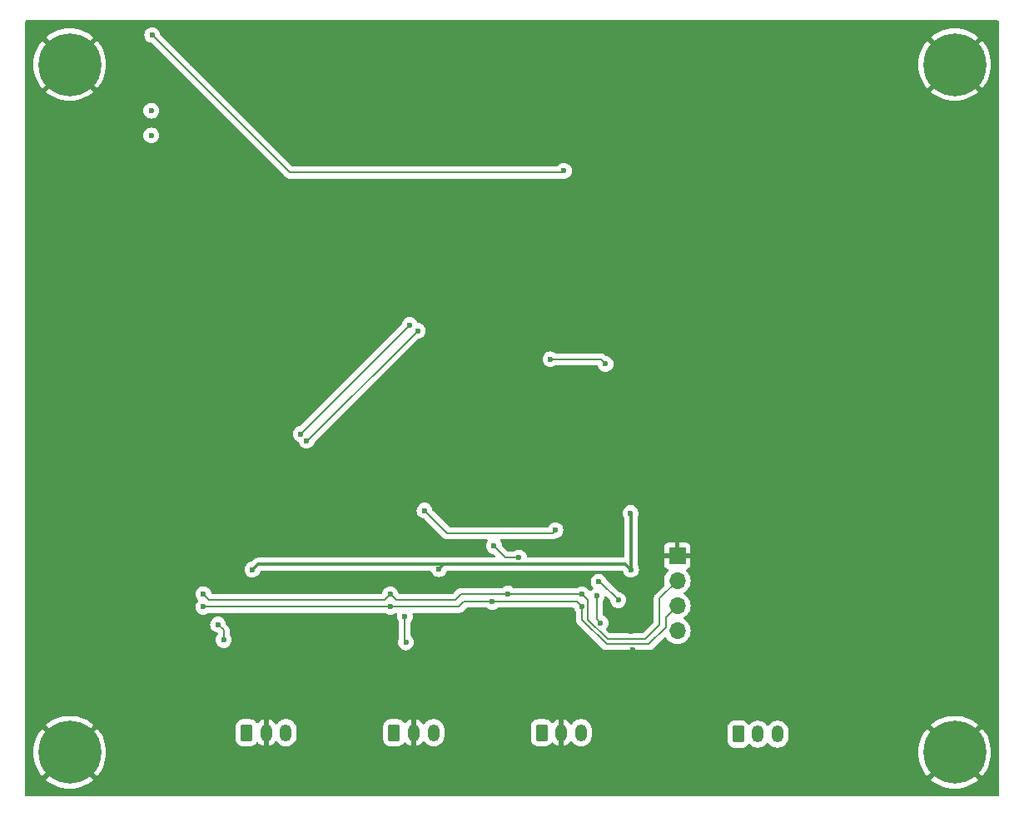
<source format=gbr>
%TF.GenerationSoftware,KiCad,Pcbnew,8.0.8*%
%TF.CreationDate,2025-02-18T11:26:51+01:00*%
%TF.ProjectId,laser_controller,6c617365-725f-4636-9f6e-74726f6c6c65,rev?*%
%TF.SameCoordinates,Original*%
%TF.FileFunction,Copper,L2,Bot*%
%TF.FilePolarity,Positive*%
%FSLAX46Y46*%
G04 Gerber Fmt 4.6, Leading zero omitted, Abs format (unit mm)*
G04 Created by KiCad (PCBNEW 8.0.8) date 2025-02-18 11:26:51*
%MOMM*%
%LPD*%
G01*
G04 APERTURE LIST*
G04 Aperture macros list*
%AMRoundRect*
0 Rectangle with rounded corners*
0 $1 Rounding radius*
0 $2 $3 $4 $5 $6 $7 $8 $9 X,Y pos of 4 corners*
0 Add a 4 corners polygon primitive as box body*
4,1,4,$2,$3,$4,$5,$6,$7,$8,$9,$2,$3,0*
0 Add four circle primitives for the rounded corners*
1,1,$1+$1,$2,$3*
1,1,$1+$1,$4,$5*
1,1,$1+$1,$6,$7*
1,1,$1+$1,$8,$9*
0 Add four rect primitives between the rounded corners*
20,1,$1+$1,$2,$3,$4,$5,0*
20,1,$1+$1,$4,$5,$6,$7,0*
20,1,$1+$1,$6,$7,$8,$9,0*
20,1,$1+$1,$8,$9,$2,$3,0*%
G04 Aperture macros list end*
%TA.AperFunction,ComponentPad*%
%ADD10C,6.400000*%
%TD*%
%TA.AperFunction,ComponentPad*%
%ADD11RoundRect,0.250000X-0.350000X-0.625000X0.350000X-0.625000X0.350000X0.625000X-0.350000X0.625000X0*%
%TD*%
%TA.AperFunction,ComponentPad*%
%ADD12O,1.200000X1.750000*%
%TD*%
%TA.AperFunction,ComponentPad*%
%ADD13R,1.700000X1.700000*%
%TD*%
%TA.AperFunction,ComponentPad*%
%ADD14O,1.700000X1.700000*%
%TD*%
%TA.AperFunction,ViaPad*%
%ADD15C,0.600000*%
%TD*%
%TA.AperFunction,Conductor*%
%ADD16C,0.300000*%
%TD*%
%TA.AperFunction,Conductor*%
%ADD17C,0.200000*%
%TD*%
G04 APERTURE END LIST*
D10*
%TO.P,H2,1,1*%
%TO.N,GND*%
X192000000Y-64000000D03*
%TD*%
D11*
%TO.P,J4,1,1*%
%TO.N,Motor- A*%
X170000000Y-132150000D03*
D12*
%TO.P,J4,2,2*%
%TO.N,+3.3V*%
X172000000Y-132150000D03*
%TO.P,J4,3,3*%
%TO.N,Motor- B*%
X174000000Y-132150000D03*
%TD*%
D10*
%TO.P,H4,1,1*%
%TO.N,GND*%
X192000000Y-134000000D03*
%TD*%
%TO.P,H1,1,1*%
%TO.N,GND*%
X102000000Y-64000000D03*
%TD*%
D11*
%TO.P,J1,1,1*%
%TO.N,DAC_A1*%
X150000000Y-132000000D03*
D12*
%TO.P,J1,2,2*%
%TO.N,GND*%
X152000000Y-132000000D03*
%TO.P,J1,3,3*%
%TO.N,DAC_A0*%
X154000000Y-132000000D03*
%TD*%
D10*
%TO.P,H3,1,1*%
%TO.N,GND*%
X102000000Y-134000000D03*
%TD*%
D13*
%TO.P,J9,1,Pin_1*%
%TO.N,GND*%
X163800000Y-114000000D03*
D14*
%TO.P,J9,2,Pin_2*%
%TO.N,CLK_B*%
X163800000Y-116540000D03*
%TO.P,J9,3,Pin_3*%
%TO.N,MOSI_B*%
X163800000Y-119080000D03*
%TO.P,J9,4,Pin_4*%
%TO.N,CS_A_B*%
X163800000Y-121620000D03*
%TD*%
D11*
%TO.P,J3,1,1*%
%TO.N,DAC_C1*%
X120000000Y-132000000D03*
D12*
%TO.P,J3,2,2*%
%TO.N,GND*%
X122000000Y-132000000D03*
%TO.P,J3,3,3*%
%TO.N,DAC_C0*%
X124000000Y-132000000D03*
%TD*%
D11*
%TO.P,J2,1,1*%
%TO.N,DAC_B1*%
X135000000Y-132000000D03*
D12*
%TO.P,J2,2,2*%
%TO.N,GND*%
X137000000Y-132000000D03*
%TO.P,J2,3,3*%
%TO.N,DAC_B0*%
X139000000Y-132000000D03*
%TD*%
D15*
%TO.N,GND*%
X139550000Y-116625000D03*
X150960000Y-78865000D03*
X166900000Y-121600000D03*
X151250000Y-98500000D03*
X138500000Y-107350000D03*
X129690000Y-104250000D03*
X151250000Y-100700000D03*
X148300000Y-124595000D03*
X128090000Y-113750000D03*
X110300000Y-104250000D03*
X149050000Y-113600000D03*
X120000000Y-109900000D03*
X128500000Y-124695000D03*
X148000000Y-96200000D03*
X129690000Y-78850000D03*
X129690000Y-66150000D03*
X129690000Y-91550000D03*
X145900000Y-96200000D03*
X149900000Y-105500000D03*
X148300000Y-127195000D03*
X139550000Y-121705000D03*
X166900000Y-118600000D03*
X152260000Y-78865000D03*
X154200000Y-95900000D03*
X109600000Y-127195000D03*
X110900000Y-113400000D03*
X159300000Y-123590000D03*
X110310000Y-78850000D03*
X149050000Y-115900000D03*
X158500000Y-96300000D03*
X159100000Y-121695000D03*
X128500000Y-126995000D03*
X110300000Y-66150000D03*
X110310000Y-91550000D03*
X120800000Y-123690000D03*
X120575000Y-116625000D03*
X175950000Y-118500000D03*
X120000000Y-64200000D03*
X175850000Y-121700000D03*
X157100000Y-109700000D03*
X158100000Y-104800000D03*
X110900000Y-115800000D03*
X117575000Y-64230000D03*
X122425000Y-64230000D03*
X122700000Y-61200000D03*
X117275000Y-61200000D03*
X139700000Y-123590000D03*
X120600000Y-121695000D03*
X130490000Y-113750000D03*
X159075000Y-116625000D03*
X109600000Y-124795000D03*
X140000000Y-109400000D03*
%TO.N,+2V5*%
X120600000Y-115400000D03*
X159100000Y-115400000D03*
X159050000Y-109650000D03*
X139550000Y-115355000D03*
%TO.N,SWO*%
X152260000Y-74830000D03*
X110400000Y-61000000D03*
%TO.N,SWDCLK*%
X136600000Y-90500000D03*
X125500000Y-101600000D03*
%TO.N,SWDIO*%
X137400000Y-91100000D03*
X126100000Y-102300000D03*
%TO.N,CLK*%
X110310000Y-68700000D03*
%TO.N,MOSI*%
X110310000Y-71230000D03*
%TO.N,PWM*%
X138100000Y-109400000D03*
X151400000Y-111400000D03*
%TO.N,Net-(U1-FB)*%
X156500000Y-94475000D03*
X150900000Y-94000000D03*
%TO.N,Net-(U3A-+)*%
X117100000Y-121000000D03*
X117671488Y-122571488D03*
%TO.N,Net-(U6-VoutA)*%
X136100000Y-120200000D03*
X136200000Y-122800000D03*
%TO.N,Net-(U8-VoutA)*%
X155600000Y-118100000D03*
X156000000Y-120825735D03*
%TO.N,CLK_B*%
X134600000Y-117900000D03*
X115600000Y-117895000D03*
X146600000Y-117860000D03*
X154100000Y-117900000D03*
%TO.N,CS_A_B*%
X145150000Y-113000000D03*
X155800000Y-116625000D03*
X147700000Y-114195000D03*
X157790878Y-118509255D03*
%TO.N,MOSI_B*%
X145000000Y-118680000D03*
X115600000Y-119200000D03*
X154100000Y-119200000D03*
X134600000Y-119200000D03*
%TD*%
D16*
%TO.N,+2V5*%
X140060000Y-114845000D02*
X139550000Y-115355000D01*
X158545000Y-114845000D02*
X159100000Y-115400000D01*
X159050000Y-109650000D02*
X159100000Y-109700000D01*
X140100000Y-114845000D02*
X121155000Y-114845000D01*
X159100000Y-109700000D02*
X159100000Y-115400000D01*
X140100000Y-114845000D02*
X140060000Y-114845000D01*
X158545000Y-114845000D02*
X140100000Y-114845000D01*
X121155000Y-114845000D02*
X120600000Y-115400000D01*
D17*
%TO.N,SWO*%
X110400000Y-61000000D02*
X124400000Y-75000000D01*
X152090000Y-75000000D02*
X152260000Y-74830000D01*
X124400000Y-75000000D02*
X152090000Y-75000000D01*
%TO.N,SWDCLK*%
X136600000Y-90500000D02*
X125500000Y-101600000D01*
%TO.N,SWDIO*%
X126200000Y-102300000D02*
X126100000Y-102300000D01*
X137400000Y-91100000D02*
X126200000Y-102300000D01*
%TO.N,CLK*%
X110310000Y-68750000D02*
X110310000Y-68700000D01*
X110310000Y-68700000D02*
X110310000Y-68690000D01*
%TO.N,MOSI*%
X110310000Y-71290000D02*
X110310000Y-71230000D01*
%TO.N,PWM*%
X140400000Y-111700000D02*
X151100000Y-111700000D01*
X138100000Y-109400000D02*
X140400000Y-111700000D01*
X151100000Y-111700000D02*
X151400000Y-111400000D01*
%TO.N,Net-(U1-FB)*%
X156025000Y-94000000D02*
X156500000Y-94475000D01*
X150900000Y-94000000D02*
X156025000Y-94000000D01*
%TO.N,Net-(U3A-+)*%
X117100000Y-121000000D02*
X117671488Y-121571488D01*
X117671488Y-121571488D02*
X117671488Y-122571488D01*
%TO.N,Net-(U6-VoutA)*%
X136100000Y-122700000D02*
X136100000Y-120200000D01*
X136200000Y-122800000D02*
X136100000Y-122700000D01*
%TO.N,Net-(U8-VoutA)*%
X155600000Y-120425735D02*
X155600000Y-118100000D01*
X156000000Y-120825735D02*
X155600000Y-120425735D01*
%TO.N,CLK_B*%
X146600000Y-117860000D02*
X141840000Y-117860000D01*
X160500000Y-122500000D02*
X156700000Y-122500000D01*
X162000000Y-121000000D02*
X160500000Y-122500000D01*
X116205000Y-118500000D02*
X134000000Y-118500000D01*
X156700000Y-122500000D02*
X154700000Y-120500000D01*
X154100000Y-117860000D02*
X146600000Y-117860000D01*
X135200000Y-118460000D02*
X134600000Y-117860000D01*
X162000000Y-118340000D02*
X162000000Y-121000000D01*
X154700000Y-118500000D02*
X154100000Y-117900000D01*
X141840000Y-117860000D02*
X141240000Y-118460000D01*
X154700000Y-120500000D02*
X154700000Y-118500000D01*
X163800000Y-116540000D02*
X162000000Y-118340000D01*
X115600000Y-117895000D02*
X116205000Y-118500000D01*
X134000000Y-118500000D02*
X134600000Y-117900000D01*
X141240000Y-118460000D02*
X135200000Y-118460000D01*
%TO.N,CS_A_B*%
X146345000Y-114195000D02*
X147700000Y-114195000D01*
X145150000Y-113000000D02*
X146345000Y-114195000D01*
X155800000Y-116625000D02*
X155906623Y-116625000D01*
X155906623Y-116625000D02*
X157790878Y-118509255D01*
%TO.N,MOSI_B*%
X159558529Y-123000000D02*
X160900000Y-123000000D01*
X134600000Y-119200000D02*
X115600000Y-119200000D01*
X153580000Y-118680000D02*
X145000000Y-118680000D01*
X162650000Y-120230000D02*
X163800000Y-119080000D01*
X141600000Y-119200000D02*
X134600000Y-119200000D01*
X154100000Y-119200000D02*
X154100000Y-120500000D01*
X159041471Y-123000000D02*
X159051471Y-122990000D01*
X154100000Y-119200000D02*
X153580000Y-118680000D01*
X159548529Y-122990000D02*
X159558529Y-123000000D01*
X156600000Y-123000000D02*
X159041471Y-123000000D01*
X159051471Y-122990000D02*
X159548529Y-122990000D01*
X142120000Y-118680000D02*
X141600000Y-119200000D01*
X160900000Y-123000000D02*
X162650000Y-121250000D01*
X154100000Y-120500000D02*
X156600000Y-123000000D01*
X162650000Y-121250000D02*
X162650000Y-120230000D01*
X145000000Y-118680000D02*
X142120000Y-118680000D01*
%TD*%
%TA.AperFunction,Conductor*%
%TO.N,GND*%
G36*
X196442539Y-59520185D02*
G01*
X196488294Y-59572989D01*
X196499500Y-59624500D01*
X196499500Y-138375500D01*
X196479815Y-138442539D01*
X196427011Y-138488294D01*
X196375500Y-138499500D01*
X97624500Y-138499500D01*
X97557461Y-138479815D01*
X97511706Y-138427011D01*
X97500500Y-138375500D01*
X97500500Y-133999999D01*
X98294922Y-133999999D01*
X98294922Y-134000000D01*
X98315219Y-134387287D01*
X98375886Y-134770323D01*
X98375887Y-134770330D01*
X98476262Y-135144936D01*
X98615244Y-135506994D01*
X98791310Y-135852543D01*
X99002523Y-136177783D01*
X99002525Y-136177785D01*
X99211096Y-136435348D01*
X100705747Y-134940697D01*
X100779588Y-135042330D01*
X100957670Y-135220412D01*
X101059301Y-135294251D01*
X99564650Y-136788902D01*
X99822214Y-136997475D01*
X99822216Y-136997476D01*
X100147456Y-137208689D01*
X100493005Y-137384755D01*
X100855063Y-137523737D01*
X101229669Y-137624112D01*
X101229676Y-137624113D01*
X101612712Y-137684780D01*
X101999999Y-137705078D01*
X102000001Y-137705078D01*
X102387287Y-137684780D01*
X102770323Y-137624113D01*
X102770330Y-137624112D01*
X103144936Y-137523737D01*
X103506994Y-137384755D01*
X103852543Y-137208689D01*
X104177771Y-136997484D01*
X104177784Y-136997474D01*
X104435348Y-136788902D01*
X102940698Y-135294252D01*
X103042330Y-135220412D01*
X103220412Y-135042330D01*
X103294252Y-134940698D01*
X104788902Y-136435348D01*
X104997474Y-136177784D01*
X104997484Y-136177771D01*
X105208689Y-135852543D01*
X105384755Y-135506994D01*
X105523737Y-135144936D01*
X105624112Y-134770330D01*
X105624113Y-134770323D01*
X105684780Y-134387287D01*
X105705078Y-134000000D01*
X105705078Y-133999999D01*
X188294922Y-133999999D01*
X188294922Y-134000000D01*
X188315219Y-134387287D01*
X188375886Y-134770323D01*
X188375887Y-134770330D01*
X188476262Y-135144936D01*
X188615244Y-135506994D01*
X188791310Y-135852543D01*
X189002523Y-136177783D01*
X189002525Y-136177785D01*
X189211096Y-136435348D01*
X190705747Y-134940697D01*
X190779588Y-135042330D01*
X190957670Y-135220412D01*
X191059301Y-135294251D01*
X189564650Y-136788902D01*
X189822214Y-136997475D01*
X189822216Y-136997476D01*
X190147456Y-137208689D01*
X190493005Y-137384755D01*
X190855063Y-137523737D01*
X191229669Y-137624112D01*
X191229676Y-137624113D01*
X191612712Y-137684780D01*
X191999999Y-137705078D01*
X192000001Y-137705078D01*
X192387287Y-137684780D01*
X192770323Y-137624113D01*
X192770330Y-137624112D01*
X193144936Y-137523737D01*
X193506994Y-137384755D01*
X193852543Y-137208689D01*
X194177771Y-136997484D01*
X194177784Y-136997474D01*
X194435348Y-136788902D01*
X192940698Y-135294252D01*
X193042330Y-135220412D01*
X193220412Y-135042330D01*
X193294252Y-134940698D01*
X194788902Y-136435348D01*
X194997474Y-136177784D01*
X194997484Y-136177771D01*
X195208689Y-135852543D01*
X195384755Y-135506994D01*
X195523737Y-135144936D01*
X195624112Y-134770330D01*
X195624113Y-134770323D01*
X195684780Y-134387287D01*
X195705078Y-134000000D01*
X195705078Y-133999999D01*
X195684780Y-133612712D01*
X195624113Y-133229676D01*
X195624112Y-133229669D01*
X195523737Y-132855063D01*
X195384755Y-132493005D01*
X195208689Y-132147456D01*
X194997476Y-131822216D01*
X194997475Y-131822214D01*
X194788902Y-131564650D01*
X193294251Y-133059301D01*
X193220412Y-132957670D01*
X193042330Y-132779588D01*
X192940698Y-132705748D01*
X194435349Y-131211096D01*
X194177785Y-131002525D01*
X194177783Y-131002523D01*
X193852543Y-130791310D01*
X193506994Y-130615244D01*
X193144936Y-130476262D01*
X192770330Y-130375887D01*
X192770323Y-130375886D01*
X192387287Y-130315219D01*
X192000001Y-130294922D01*
X191999999Y-130294922D01*
X191612712Y-130315219D01*
X191229676Y-130375886D01*
X191229669Y-130375887D01*
X190855063Y-130476262D01*
X190493005Y-130615244D01*
X190147456Y-130791310D01*
X189822206Y-131002531D01*
X189564649Y-131211095D01*
X189564649Y-131211096D01*
X191059301Y-132705748D01*
X190957670Y-132779588D01*
X190779588Y-132957670D01*
X190705748Y-133059301D01*
X189211096Y-131564649D01*
X189211095Y-131564649D01*
X189002531Y-131822206D01*
X188791310Y-132147456D01*
X188615244Y-132493005D01*
X188476262Y-132855063D01*
X188375887Y-133229669D01*
X188375886Y-133229676D01*
X188315219Y-133612712D01*
X188294922Y-133999999D01*
X105705078Y-133999999D01*
X105684780Y-133612712D01*
X105624113Y-133229676D01*
X105624112Y-133229669D01*
X105523737Y-132855063D01*
X105384755Y-132493005D01*
X105208689Y-132147456D01*
X104997476Y-131822216D01*
X104997475Y-131822214D01*
X104788902Y-131564650D01*
X103294251Y-133059301D01*
X103220412Y-132957670D01*
X103042330Y-132779588D01*
X102940698Y-132705748D01*
X104321462Y-131324983D01*
X118899500Y-131324983D01*
X118899500Y-132675001D01*
X118899501Y-132675018D01*
X118910000Y-132777796D01*
X118910001Y-132777799D01*
X118965185Y-132944331D01*
X118965187Y-132944336D01*
X118981677Y-132971071D01*
X119057288Y-133093656D01*
X119181344Y-133217712D01*
X119330666Y-133309814D01*
X119497203Y-133364999D01*
X119599991Y-133375500D01*
X120400008Y-133375499D01*
X120400016Y-133375498D01*
X120400019Y-133375498D01*
X120476238Y-133367712D01*
X120502797Y-133364999D01*
X120669334Y-133309814D01*
X120818656Y-133217712D01*
X120942712Y-133093656D01*
X120982581Y-133029016D01*
X121034525Y-132982294D01*
X121103488Y-132971071D01*
X121167570Y-132998914D01*
X121175799Y-133006434D01*
X121283397Y-133114032D01*
X121423475Y-133215804D01*
X121577744Y-133294408D01*
X121742415Y-133347914D01*
X121742414Y-133347914D01*
X121749999Y-133349115D01*
X121750000Y-133349114D01*
X121750000Y-132280330D01*
X121769745Y-132300075D01*
X121855255Y-132349444D01*
X121950630Y-132375000D01*
X122049370Y-132375000D01*
X122144745Y-132349444D01*
X122230255Y-132300075D01*
X122250000Y-132280330D01*
X122250000Y-133349115D01*
X122257584Y-133347914D01*
X122422255Y-133294408D01*
X122576524Y-133215804D01*
X122716602Y-133114032D01*
X122839036Y-132991598D01*
X122899371Y-132908552D01*
X122954700Y-132865886D01*
X123024313Y-132859905D01*
X123086109Y-132892510D01*
X123100008Y-132908550D01*
X123113991Y-132927796D01*
X123160586Y-132991928D01*
X123283072Y-133114414D01*
X123423212Y-133216232D01*
X123577555Y-133294873D01*
X123742299Y-133348402D01*
X123913389Y-133375500D01*
X123913390Y-133375500D01*
X124086610Y-133375500D01*
X124086611Y-133375500D01*
X124257701Y-133348402D01*
X124422445Y-133294873D01*
X124576788Y-133216232D01*
X124716928Y-133114414D01*
X124839414Y-132991928D01*
X124941232Y-132851788D01*
X125019873Y-132697445D01*
X125073402Y-132532701D01*
X125100500Y-132361611D01*
X125100500Y-131638389D01*
X125073402Y-131467299D01*
X125027160Y-131324983D01*
X133899500Y-131324983D01*
X133899500Y-132675001D01*
X133899501Y-132675018D01*
X133910000Y-132777796D01*
X133910001Y-132777799D01*
X133965185Y-132944331D01*
X133965187Y-132944336D01*
X133981677Y-132971071D01*
X134057288Y-133093656D01*
X134181344Y-133217712D01*
X134330666Y-133309814D01*
X134497203Y-133364999D01*
X134599991Y-133375500D01*
X135400008Y-133375499D01*
X135400016Y-133375498D01*
X135400019Y-133375498D01*
X135476238Y-133367712D01*
X135502797Y-133364999D01*
X135669334Y-133309814D01*
X135818656Y-133217712D01*
X135942712Y-133093656D01*
X135982581Y-133029016D01*
X136034525Y-132982294D01*
X136103488Y-132971071D01*
X136167570Y-132998914D01*
X136175799Y-133006434D01*
X136283397Y-133114032D01*
X136423475Y-133215804D01*
X136577744Y-133294408D01*
X136742415Y-133347914D01*
X136742414Y-133347914D01*
X136749999Y-133349115D01*
X136750000Y-133349114D01*
X136750000Y-132280330D01*
X136769745Y-132300075D01*
X136855255Y-132349444D01*
X136950630Y-132375000D01*
X137049370Y-132375000D01*
X137144745Y-132349444D01*
X137230255Y-132300075D01*
X137250000Y-132280330D01*
X137250000Y-133349115D01*
X137257584Y-133347914D01*
X137422255Y-133294408D01*
X137576524Y-133215804D01*
X137716602Y-133114032D01*
X137839036Y-132991598D01*
X137899371Y-132908552D01*
X137954700Y-132865886D01*
X138024313Y-132859905D01*
X138086109Y-132892510D01*
X138100008Y-132908550D01*
X138113991Y-132927796D01*
X138160586Y-132991928D01*
X138283072Y-133114414D01*
X138423212Y-133216232D01*
X138577555Y-133294873D01*
X138742299Y-133348402D01*
X138913389Y-133375500D01*
X138913390Y-133375500D01*
X139086610Y-133375500D01*
X139086611Y-133375500D01*
X139257701Y-133348402D01*
X139422445Y-133294873D01*
X139576788Y-133216232D01*
X139716928Y-133114414D01*
X139839414Y-132991928D01*
X139941232Y-132851788D01*
X140019873Y-132697445D01*
X140073402Y-132532701D01*
X140100500Y-132361611D01*
X140100500Y-131638389D01*
X140073402Y-131467299D01*
X140027160Y-131324983D01*
X148899500Y-131324983D01*
X148899500Y-132675001D01*
X148899501Y-132675018D01*
X148910000Y-132777796D01*
X148910001Y-132777799D01*
X148965185Y-132944331D01*
X148965187Y-132944336D01*
X148981677Y-132971071D01*
X149057288Y-133093656D01*
X149181344Y-133217712D01*
X149330666Y-133309814D01*
X149497203Y-133364999D01*
X149599991Y-133375500D01*
X150400008Y-133375499D01*
X150400016Y-133375498D01*
X150400019Y-133375498D01*
X150476238Y-133367712D01*
X150502797Y-133364999D01*
X150669334Y-133309814D01*
X150818656Y-133217712D01*
X150942712Y-133093656D01*
X150982581Y-133029016D01*
X151034525Y-132982294D01*
X151103488Y-132971071D01*
X151167570Y-132998914D01*
X151175799Y-133006434D01*
X151283397Y-133114032D01*
X151423475Y-133215804D01*
X151577744Y-133294408D01*
X151742415Y-133347914D01*
X151742414Y-133347914D01*
X151749999Y-133349115D01*
X151750000Y-133349114D01*
X151750000Y-132280330D01*
X151769745Y-132300075D01*
X151855255Y-132349444D01*
X151950630Y-132375000D01*
X152049370Y-132375000D01*
X152144745Y-132349444D01*
X152230255Y-132300075D01*
X152250000Y-132280330D01*
X152250000Y-133349115D01*
X152257584Y-133347914D01*
X152422255Y-133294408D01*
X152576524Y-133215804D01*
X152716602Y-133114032D01*
X152839036Y-132991598D01*
X152899371Y-132908552D01*
X152954700Y-132865886D01*
X153024313Y-132859905D01*
X153086109Y-132892510D01*
X153100008Y-132908550D01*
X153113991Y-132927796D01*
X153160586Y-132991928D01*
X153283072Y-133114414D01*
X153423212Y-133216232D01*
X153577555Y-133294873D01*
X153742299Y-133348402D01*
X153913389Y-133375500D01*
X153913390Y-133375500D01*
X154086610Y-133375500D01*
X154086611Y-133375500D01*
X154257701Y-133348402D01*
X154422445Y-133294873D01*
X154576788Y-133216232D01*
X154716928Y-133114414D01*
X154839414Y-132991928D01*
X154941232Y-132851788D01*
X155019873Y-132697445D01*
X155073402Y-132532701D01*
X155100500Y-132361611D01*
X155100500Y-131638389D01*
X155074619Y-131474983D01*
X168899500Y-131474983D01*
X168899500Y-132825001D01*
X168899501Y-132825018D01*
X168910000Y-132927796D01*
X168910001Y-132927799D01*
X168965185Y-133094331D01*
X168965187Y-133094336D01*
X168988870Y-133132732D01*
X169057288Y-133243656D01*
X169181344Y-133367712D01*
X169330666Y-133459814D01*
X169497203Y-133514999D01*
X169599991Y-133525500D01*
X170400008Y-133525499D01*
X170400016Y-133525498D01*
X170400019Y-133525498D01*
X170456302Y-133519748D01*
X170502797Y-133514999D01*
X170669334Y-133459814D01*
X170818656Y-133367712D01*
X170942712Y-133243656D01*
X170982310Y-133179456D01*
X171034258Y-133132732D01*
X171103220Y-133121509D01*
X171167303Y-133149352D01*
X171175530Y-133156872D01*
X171283072Y-133264414D01*
X171423212Y-133366232D01*
X171577555Y-133444873D01*
X171742299Y-133498402D01*
X171913389Y-133525500D01*
X171913390Y-133525500D01*
X172086610Y-133525500D01*
X172086611Y-133525500D01*
X172257701Y-133498402D01*
X172422445Y-133444873D01*
X172576788Y-133366232D01*
X172716928Y-133264414D01*
X172839414Y-133141928D01*
X172899682Y-133058975D01*
X172955012Y-133016311D01*
X173024626Y-133010332D01*
X173086421Y-133042938D01*
X173100315Y-133058973D01*
X173160586Y-133141928D01*
X173283072Y-133264414D01*
X173423212Y-133366232D01*
X173577555Y-133444873D01*
X173742299Y-133498402D01*
X173913389Y-133525500D01*
X173913390Y-133525500D01*
X174086610Y-133525500D01*
X174086611Y-133525500D01*
X174257701Y-133498402D01*
X174422445Y-133444873D01*
X174576788Y-133366232D01*
X174716928Y-133264414D01*
X174839414Y-133141928D01*
X174941232Y-133001788D01*
X175019873Y-132847445D01*
X175073402Y-132682701D01*
X175100500Y-132511611D01*
X175100500Y-131788389D01*
X175073402Y-131617299D01*
X175019873Y-131452555D01*
X174941232Y-131298212D01*
X174839414Y-131158072D01*
X174716928Y-131035586D01*
X174576788Y-130933768D01*
X174422445Y-130855127D01*
X174257701Y-130801598D01*
X174257699Y-130801597D01*
X174257698Y-130801597D01*
X174126271Y-130780781D01*
X174086611Y-130774500D01*
X173913389Y-130774500D01*
X173873728Y-130780781D01*
X173742302Y-130801597D01*
X173577552Y-130855128D01*
X173423211Y-130933768D01*
X173371994Y-130970980D01*
X173283072Y-131035586D01*
X173283070Y-131035588D01*
X173283069Y-131035588D01*
X173160588Y-131158069D01*
X173160581Y-131158078D01*
X173100317Y-131241023D01*
X173044987Y-131283689D01*
X172975374Y-131289667D01*
X172913579Y-131257061D01*
X172899683Y-131241023D01*
X172839418Y-131158078D01*
X172839414Y-131158072D01*
X172716928Y-131035586D01*
X172576788Y-130933768D01*
X172422445Y-130855127D01*
X172257701Y-130801598D01*
X172257699Y-130801597D01*
X172257698Y-130801597D01*
X172126271Y-130780781D01*
X172086611Y-130774500D01*
X171913389Y-130774500D01*
X171873728Y-130780781D01*
X171742302Y-130801597D01*
X171577552Y-130855128D01*
X171423211Y-130933768D01*
X171283073Y-131035585D01*
X171175530Y-131143128D01*
X171114207Y-131176612D01*
X171044515Y-131171628D01*
X170988582Y-131129756D01*
X170982310Y-131120543D01*
X170964365Y-131091450D01*
X170942712Y-131056344D01*
X170818656Y-130932288D01*
X170693559Y-130855128D01*
X170669336Y-130840187D01*
X170669331Y-130840185D01*
X170667862Y-130839698D01*
X170502797Y-130785001D01*
X170502795Y-130785000D01*
X170400010Y-130774500D01*
X169599998Y-130774500D01*
X169599980Y-130774501D01*
X169497203Y-130785000D01*
X169497200Y-130785001D01*
X169330668Y-130840185D01*
X169330663Y-130840187D01*
X169181342Y-130932289D01*
X169057289Y-131056342D01*
X168965187Y-131205663D01*
X168965185Y-131205668D01*
X168959706Y-131222203D01*
X168910001Y-131372203D01*
X168910001Y-131372204D01*
X168910000Y-131372204D01*
X168899500Y-131474983D01*
X155074619Y-131474983D01*
X155073402Y-131467299D01*
X155019873Y-131302555D01*
X154941232Y-131148212D01*
X154839414Y-131008072D01*
X154716928Y-130885586D01*
X154576788Y-130783768D01*
X154422445Y-130705127D01*
X154257701Y-130651598D01*
X154257699Y-130651597D01*
X154257698Y-130651597D01*
X154126271Y-130630781D01*
X154086611Y-130624500D01*
X153913389Y-130624500D01*
X153873728Y-130630781D01*
X153742302Y-130651597D01*
X153577552Y-130705128D01*
X153423211Y-130783768D01*
X153345561Y-130840185D01*
X153283072Y-130885586D01*
X153283070Y-130885588D01*
X153283069Y-130885588D01*
X153160585Y-131008072D01*
X153100007Y-131091450D01*
X153044677Y-131134115D01*
X152975063Y-131140093D01*
X152913269Y-131107486D01*
X152899371Y-131091447D01*
X152839036Y-131008401D01*
X152716602Y-130885967D01*
X152576524Y-130784195D01*
X152422257Y-130705591D01*
X152257589Y-130652087D01*
X152257581Y-130652085D01*
X152250000Y-130650884D01*
X152250000Y-131719670D01*
X152230255Y-131699925D01*
X152144745Y-131650556D01*
X152049370Y-131625000D01*
X151950630Y-131625000D01*
X151855255Y-131650556D01*
X151769745Y-131699925D01*
X151750000Y-131719670D01*
X151750000Y-130650884D01*
X151749999Y-130650884D01*
X151742418Y-130652085D01*
X151742410Y-130652087D01*
X151577742Y-130705591D01*
X151423475Y-130784195D01*
X151283401Y-130885964D01*
X151175799Y-130993566D01*
X151114476Y-131027050D01*
X151044784Y-131022066D01*
X150988851Y-130980194D01*
X150982585Y-130970988D01*
X150942712Y-130906344D01*
X150818656Y-130782288D01*
X150693559Y-130705128D01*
X150669336Y-130690187D01*
X150669331Y-130690185D01*
X150667862Y-130689698D01*
X150502797Y-130635001D01*
X150502795Y-130635000D01*
X150400010Y-130624500D01*
X149599998Y-130624500D01*
X149599980Y-130624501D01*
X149497203Y-130635000D01*
X149497200Y-130635001D01*
X149330668Y-130690185D01*
X149330663Y-130690187D01*
X149181342Y-130782289D01*
X149057289Y-130906342D01*
X148965187Y-131055663D01*
X148965185Y-131055668D01*
X148943688Y-131120543D01*
X148910001Y-131222203D01*
X148910001Y-131222204D01*
X148910000Y-131222204D01*
X148899500Y-131324983D01*
X140027160Y-131324983D01*
X140019873Y-131302555D01*
X139941232Y-131148212D01*
X139839414Y-131008072D01*
X139716928Y-130885586D01*
X139576788Y-130783768D01*
X139422445Y-130705127D01*
X139257701Y-130651598D01*
X139257699Y-130651597D01*
X139257698Y-130651597D01*
X139126271Y-130630781D01*
X139086611Y-130624500D01*
X138913389Y-130624500D01*
X138873728Y-130630781D01*
X138742302Y-130651597D01*
X138577552Y-130705128D01*
X138423211Y-130783768D01*
X138345561Y-130840185D01*
X138283072Y-130885586D01*
X138283070Y-130885588D01*
X138283069Y-130885588D01*
X138160585Y-131008072D01*
X138100007Y-131091450D01*
X138044677Y-131134115D01*
X137975063Y-131140093D01*
X137913269Y-131107486D01*
X137899371Y-131091447D01*
X137839036Y-131008401D01*
X137716602Y-130885967D01*
X137576524Y-130784195D01*
X137422257Y-130705591D01*
X137257589Y-130652087D01*
X137257581Y-130652085D01*
X137250000Y-130650884D01*
X137250000Y-131719670D01*
X137230255Y-131699925D01*
X137144745Y-131650556D01*
X137049370Y-131625000D01*
X136950630Y-131625000D01*
X136855255Y-131650556D01*
X136769745Y-131699925D01*
X136750000Y-131719670D01*
X136750000Y-130650884D01*
X136749999Y-130650884D01*
X136742418Y-130652085D01*
X136742410Y-130652087D01*
X136577742Y-130705591D01*
X136423475Y-130784195D01*
X136283401Y-130885964D01*
X136175799Y-130993566D01*
X136114476Y-131027050D01*
X136044784Y-131022066D01*
X135988851Y-130980194D01*
X135982585Y-130970988D01*
X135942712Y-130906344D01*
X135818656Y-130782288D01*
X135693559Y-130705128D01*
X135669336Y-130690187D01*
X135669331Y-130690185D01*
X135667862Y-130689698D01*
X135502797Y-130635001D01*
X135502795Y-130635000D01*
X135400010Y-130624500D01*
X134599998Y-130624500D01*
X134599980Y-130624501D01*
X134497203Y-130635000D01*
X134497200Y-130635001D01*
X134330668Y-130690185D01*
X134330663Y-130690187D01*
X134181342Y-130782289D01*
X134057289Y-130906342D01*
X133965187Y-131055663D01*
X133965185Y-131055668D01*
X133943688Y-131120543D01*
X133910001Y-131222203D01*
X133910001Y-131222204D01*
X133910000Y-131222204D01*
X133899500Y-131324983D01*
X125027160Y-131324983D01*
X125019873Y-131302555D01*
X124941232Y-131148212D01*
X124839414Y-131008072D01*
X124716928Y-130885586D01*
X124576788Y-130783768D01*
X124422445Y-130705127D01*
X124257701Y-130651598D01*
X124257699Y-130651597D01*
X124257698Y-130651597D01*
X124126271Y-130630781D01*
X124086611Y-130624500D01*
X123913389Y-130624500D01*
X123873728Y-130630781D01*
X123742302Y-130651597D01*
X123577552Y-130705128D01*
X123423211Y-130783768D01*
X123345561Y-130840185D01*
X123283072Y-130885586D01*
X123283070Y-130885588D01*
X123283069Y-130885588D01*
X123160585Y-131008072D01*
X123100007Y-131091450D01*
X123044677Y-131134115D01*
X122975063Y-131140093D01*
X122913269Y-131107486D01*
X122899371Y-131091447D01*
X122839036Y-131008401D01*
X122716602Y-130885967D01*
X122576524Y-130784195D01*
X122422257Y-130705591D01*
X122257589Y-130652087D01*
X122257581Y-130652085D01*
X122250000Y-130650884D01*
X122250000Y-131719670D01*
X122230255Y-131699925D01*
X122144745Y-131650556D01*
X122049370Y-131625000D01*
X121950630Y-131625000D01*
X121855255Y-131650556D01*
X121769745Y-131699925D01*
X121750000Y-131719670D01*
X121750000Y-130650884D01*
X121749999Y-130650884D01*
X121742418Y-130652085D01*
X121742410Y-130652087D01*
X121577742Y-130705591D01*
X121423475Y-130784195D01*
X121283401Y-130885964D01*
X121175799Y-130993566D01*
X121114476Y-131027050D01*
X121044784Y-131022066D01*
X120988851Y-130980194D01*
X120982585Y-130970988D01*
X120942712Y-130906344D01*
X120818656Y-130782288D01*
X120693559Y-130705128D01*
X120669336Y-130690187D01*
X120669331Y-130690185D01*
X120667862Y-130689698D01*
X120502797Y-130635001D01*
X120502795Y-130635000D01*
X120400010Y-130624500D01*
X119599998Y-130624500D01*
X119599980Y-130624501D01*
X119497203Y-130635000D01*
X119497200Y-130635001D01*
X119330668Y-130690185D01*
X119330663Y-130690187D01*
X119181342Y-130782289D01*
X119057289Y-130906342D01*
X118965187Y-131055663D01*
X118965185Y-131055668D01*
X118943688Y-131120543D01*
X118910001Y-131222203D01*
X118910001Y-131222204D01*
X118910000Y-131222204D01*
X118899500Y-131324983D01*
X104321462Y-131324983D01*
X104435349Y-131211096D01*
X104177785Y-131002525D01*
X104177783Y-131002523D01*
X103852543Y-130791310D01*
X103506994Y-130615244D01*
X103144936Y-130476262D01*
X102770330Y-130375887D01*
X102770323Y-130375886D01*
X102387287Y-130315219D01*
X102000001Y-130294922D01*
X101999999Y-130294922D01*
X101612712Y-130315219D01*
X101229676Y-130375886D01*
X101229669Y-130375887D01*
X100855063Y-130476262D01*
X100493005Y-130615244D01*
X100147456Y-130791310D01*
X99822206Y-131002531D01*
X99564649Y-131211095D01*
X99564649Y-131211096D01*
X101059301Y-132705748D01*
X100957670Y-132779588D01*
X100779588Y-132957670D01*
X100705748Y-133059301D01*
X99211096Y-131564649D01*
X99211095Y-131564649D01*
X99002531Y-131822206D01*
X98791310Y-132147456D01*
X98615244Y-132493005D01*
X98476262Y-132855063D01*
X98375887Y-133229669D01*
X98375886Y-133229676D01*
X98315219Y-133612712D01*
X98294922Y-133999999D01*
X97500500Y-133999999D01*
X97500500Y-120999996D01*
X116294435Y-120999996D01*
X116294435Y-121000003D01*
X116314630Y-121179249D01*
X116314631Y-121179254D01*
X116374211Y-121349523D01*
X116456602Y-121480647D01*
X116470184Y-121502262D01*
X116597738Y-121629816D01*
X116750478Y-121725789D01*
X116920745Y-121785368D01*
X116960871Y-121789888D01*
X117025284Y-121816954D01*
X117064840Y-121874548D01*
X117070988Y-121913109D01*
X117070988Y-121989075D01*
X117051303Y-122056114D01*
X117043938Y-122066384D01*
X117041674Y-122069222D01*
X116945699Y-122221964D01*
X116886119Y-122392233D01*
X116886118Y-122392238D01*
X116865923Y-122571484D01*
X116865923Y-122571491D01*
X116886118Y-122750737D01*
X116886119Y-122750742D01*
X116945699Y-122921011D01*
X117041672Y-123073750D01*
X117169226Y-123201304D01*
X117321966Y-123297277D01*
X117492233Y-123356856D01*
X117492238Y-123356857D01*
X117671484Y-123377053D01*
X117671488Y-123377053D01*
X117671492Y-123377053D01*
X117850737Y-123356857D01*
X117850740Y-123356856D01*
X117850743Y-123356856D01*
X118021010Y-123297277D01*
X118173750Y-123201304D01*
X118301304Y-123073750D01*
X118397277Y-122921010D01*
X118456856Y-122750743D01*
X118456857Y-122750737D01*
X118477053Y-122571491D01*
X118477053Y-122571484D01*
X118456857Y-122392238D01*
X118456856Y-122392233D01*
X118397276Y-122221964D01*
X118301301Y-122069222D01*
X118299038Y-122066384D01*
X118298147Y-122064203D01*
X118297599Y-122063330D01*
X118297752Y-122063233D01*
X118272632Y-122001697D01*
X118271988Y-121989075D01*
X118271988Y-121492433D01*
X118271988Y-121492431D01*
X118254251Y-121426235D01*
X118231065Y-121339703D01*
X118185201Y-121260265D01*
X118152008Y-121202772D01*
X118040204Y-121090968D01*
X118040203Y-121090967D01*
X118035873Y-121086637D01*
X118035862Y-121086627D01*
X117930700Y-120981465D01*
X117897215Y-120920142D01*
X117895163Y-120907686D01*
X117885368Y-120820745D01*
X117825789Y-120650478D01*
X117729816Y-120497738D01*
X117602262Y-120370184D01*
X117449523Y-120274211D01*
X117279254Y-120214631D01*
X117279249Y-120214630D01*
X117100004Y-120194435D01*
X117099996Y-120194435D01*
X116920750Y-120214630D01*
X116920745Y-120214631D01*
X116750476Y-120274211D01*
X116597737Y-120370184D01*
X116470184Y-120497737D01*
X116374211Y-120650476D01*
X116314631Y-120820745D01*
X116314630Y-120820750D01*
X116294435Y-120999996D01*
X97500500Y-120999996D01*
X97500500Y-117894996D01*
X114794435Y-117894996D01*
X114794435Y-117895003D01*
X114814630Y-118074249D01*
X114814631Y-118074254D01*
X114874211Y-118244523D01*
X114970184Y-118397262D01*
X115032741Y-118459819D01*
X115066226Y-118521142D01*
X115061242Y-118590834D01*
X115032741Y-118635181D01*
X114970184Y-118697737D01*
X114874211Y-118850476D01*
X114814631Y-119020745D01*
X114814630Y-119020750D01*
X114794435Y-119199996D01*
X114794435Y-119200003D01*
X114814630Y-119379249D01*
X114814631Y-119379254D01*
X114874211Y-119549523D01*
X114970184Y-119702262D01*
X115097738Y-119829816D01*
X115250478Y-119925789D01*
X115420745Y-119985368D01*
X115420750Y-119985369D01*
X115599996Y-120005565D01*
X115600000Y-120005565D01*
X115600004Y-120005565D01*
X115779249Y-119985369D01*
X115779252Y-119985368D01*
X115779255Y-119985368D01*
X115949522Y-119925789D01*
X116102262Y-119829816D01*
X116102267Y-119829810D01*
X116105097Y-119827555D01*
X116107275Y-119826665D01*
X116108158Y-119826111D01*
X116108255Y-119826265D01*
X116169783Y-119801145D01*
X116182412Y-119800500D01*
X134017588Y-119800500D01*
X134084627Y-119820185D01*
X134094903Y-119827555D01*
X134097736Y-119829814D01*
X134097738Y-119829816D01*
X134250478Y-119925789D01*
X134420745Y-119985368D01*
X134420750Y-119985369D01*
X134599996Y-120005565D01*
X134600000Y-120005565D01*
X134600004Y-120005565D01*
X134779249Y-119985369D01*
X134779252Y-119985368D01*
X134779255Y-119985368D01*
X134949522Y-119925789D01*
X135102262Y-119829816D01*
X135102267Y-119829810D01*
X135105097Y-119827555D01*
X135107275Y-119826665D01*
X135108158Y-119826111D01*
X135108255Y-119826265D01*
X135169783Y-119801145D01*
X135182412Y-119800500D01*
X135216937Y-119800500D01*
X135283976Y-119820185D01*
X135329731Y-119872989D01*
X135339675Y-119942147D01*
X135333978Y-119965455D01*
X135314633Y-120020737D01*
X135314630Y-120020750D01*
X135294435Y-120199996D01*
X135294435Y-120200003D01*
X135314630Y-120379249D01*
X135314631Y-120379254D01*
X135374211Y-120549523D01*
X135470185Y-120702263D01*
X135472445Y-120705097D01*
X135473334Y-120707275D01*
X135473889Y-120708158D01*
X135473734Y-120708255D01*
X135498855Y-120769783D01*
X135499500Y-120782412D01*
X135499500Y-122374507D01*
X135480494Y-122440478D01*
X135474209Y-122450479D01*
X135414633Y-122620737D01*
X135414630Y-122620750D01*
X135394435Y-122799996D01*
X135394435Y-122800003D01*
X135414630Y-122979249D01*
X135414631Y-122979254D01*
X135474211Y-123149523D01*
X135567051Y-123297276D01*
X135570184Y-123302262D01*
X135697738Y-123429816D01*
X135850478Y-123525789D01*
X135947033Y-123559575D01*
X136020745Y-123585368D01*
X136020750Y-123585369D01*
X136199996Y-123605565D01*
X136200000Y-123605565D01*
X136200004Y-123605565D01*
X136379249Y-123585369D01*
X136379252Y-123585368D01*
X136379255Y-123585368D01*
X136549522Y-123525789D01*
X136702262Y-123429816D01*
X136829816Y-123302262D01*
X136925789Y-123149522D01*
X136985368Y-122979255D01*
X136988094Y-122955061D01*
X137005565Y-122800003D01*
X137005565Y-122799996D01*
X136985369Y-122620750D01*
X136985368Y-122620745D01*
X136940109Y-122491402D01*
X136925789Y-122450478D01*
X136900499Y-122410230D01*
X136878053Y-122374507D01*
X136829816Y-122297738D01*
X136736818Y-122204740D01*
X136703334Y-122143416D01*
X136700500Y-122117059D01*
X136700500Y-120782412D01*
X136720185Y-120715373D01*
X136727555Y-120705097D01*
X136729810Y-120702267D01*
X136729816Y-120702262D01*
X136825789Y-120549522D01*
X136885368Y-120379255D01*
X136886390Y-120370184D01*
X136905565Y-120200003D01*
X136905565Y-120199996D01*
X136885369Y-120020750D01*
X136885366Y-120020737D01*
X136866022Y-119965455D01*
X136862460Y-119895676D01*
X136897188Y-119835049D01*
X136959182Y-119802821D01*
X136983063Y-119800500D01*
X141513331Y-119800500D01*
X141513347Y-119800501D01*
X141520943Y-119800501D01*
X141679054Y-119800501D01*
X141679057Y-119800501D01*
X141831785Y-119759577D01*
X141881904Y-119730639D01*
X141968716Y-119680520D01*
X142080520Y-119568716D01*
X142080521Y-119568713D01*
X142332417Y-119316816D01*
X142393739Y-119283334D01*
X142420097Y-119280500D01*
X144417588Y-119280500D01*
X144484627Y-119300185D01*
X144494903Y-119307555D01*
X144497736Y-119309814D01*
X144497738Y-119309816D01*
X144650478Y-119405789D01*
X144820745Y-119465368D01*
X144820750Y-119465369D01*
X144999996Y-119485565D01*
X145000000Y-119485565D01*
X145000004Y-119485565D01*
X145179249Y-119465369D01*
X145179252Y-119465368D01*
X145179255Y-119465368D01*
X145349522Y-119405789D01*
X145502262Y-119309816D01*
X145502267Y-119309810D01*
X145505097Y-119307555D01*
X145507275Y-119306665D01*
X145508158Y-119306111D01*
X145508255Y-119306265D01*
X145569783Y-119281145D01*
X145582412Y-119280500D01*
X153193205Y-119280500D01*
X153260244Y-119300185D01*
X153305999Y-119352989D01*
X153314095Y-119376901D01*
X153314631Y-119379249D01*
X153314632Y-119379255D01*
X153323917Y-119405789D01*
X153374210Y-119549521D01*
X153470185Y-119702263D01*
X153472445Y-119705097D01*
X153473334Y-119707275D01*
X153473889Y-119708158D01*
X153473734Y-119708255D01*
X153498855Y-119769783D01*
X153499500Y-119782412D01*
X153499500Y-120413330D01*
X153499499Y-120413348D01*
X153499499Y-120579054D01*
X153499498Y-120579054D01*
X153531880Y-120699903D01*
X153540423Y-120731785D01*
X153560721Y-120766942D01*
X153569358Y-120781900D01*
X153569359Y-120781904D01*
X153569360Y-120781904D01*
X153591784Y-120820745D01*
X153619479Y-120868714D01*
X153619481Y-120868717D01*
X153738349Y-120987585D01*
X153738355Y-120987590D01*
X156115139Y-123364374D01*
X156115149Y-123364385D01*
X156119479Y-123368715D01*
X156119480Y-123368716D01*
X156231284Y-123480520D01*
X156309693Y-123525789D01*
X156368215Y-123559577D01*
X156520943Y-123600501D01*
X156520946Y-123600501D01*
X156686653Y-123600501D01*
X156686669Y-123600500D01*
X158954802Y-123600500D01*
X158954818Y-123600501D01*
X158962414Y-123600501D01*
X159120526Y-123600501D01*
X159120528Y-123600501D01*
X159137140Y-123596049D01*
X159142085Y-123594725D01*
X159174177Y-123590500D01*
X159425827Y-123590500D01*
X159457918Y-123594724D01*
X159479472Y-123600500D01*
X159637586Y-123600500D01*
X160813331Y-123600500D01*
X160813347Y-123600501D01*
X160820943Y-123600501D01*
X160979054Y-123600501D01*
X160979057Y-123600501D01*
X161131785Y-123559577D01*
X161190307Y-123525789D01*
X161268716Y-123480520D01*
X161380520Y-123368716D01*
X161380520Y-123368714D01*
X161390724Y-123358511D01*
X161390727Y-123358506D01*
X162449581Y-122299652D01*
X162510903Y-122266169D01*
X162580595Y-122271153D01*
X162636528Y-122313025D01*
X162638836Y-122316212D01*
X162761500Y-122491395D01*
X162761505Y-122491401D01*
X162928599Y-122658495D01*
X163025384Y-122726265D01*
X163122165Y-122794032D01*
X163122167Y-122794033D01*
X163122170Y-122794035D01*
X163336337Y-122893903D01*
X163564592Y-122955063D01*
X163752918Y-122971539D01*
X163799999Y-122975659D01*
X163800000Y-122975659D01*
X163800001Y-122975659D01*
X163839234Y-122972226D01*
X164035408Y-122955063D01*
X164263663Y-122893903D01*
X164477830Y-122794035D01*
X164671401Y-122658495D01*
X164838495Y-122491401D01*
X164974035Y-122297830D01*
X165073903Y-122083663D01*
X165135063Y-121855408D01*
X165155659Y-121620000D01*
X165135063Y-121384592D01*
X165073903Y-121156337D01*
X164974035Y-120942171D01*
X164958611Y-120920142D01*
X164838494Y-120748597D01*
X164671402Y-120581506D01*
X164671396Y-120581501D01*
X164485842Y-120451575D01*
X164442217Y-120396998D01*
X164435023Y-120327500D01*
X164466546Y-120265145D01*
X164485842Y-120248425D01*
X164534106Y-120214630D01*
X164671401Y-120118495D01*
X164838495Y-119951401D01*
X164974035Y-119757830D01*
X165073903Y-119543663D01*
X165135063Y-119315408D01*
X165155659Y-119080000D01*
X165135063Y-118844592D01*
X165073903Y-118616337D01*
X164974035Y-118402171D01*
X164863650Y-118244523D01*
X164838494Y-118208597D01*
X164671402Y-118041506D01*
X164671396Y-118041501D01*
X164485842Y-117911575D01*
X164442217Y-117856998D01*
X164435023Y-117787500D01*
X164466546Y-117725145D01*
X164485842Y-117708425D01*
X164516404Y-117687025D01*
X164671401Y-117578495D01*
X164838495Y-117411401D01*
X164974035Y-117217830D01*
X165073903Y-117003663D01*
X165135063Y-116775408D01*
X165155659Y-116540000D01*
X165135063Y-116304592D01*
X165073903Y-116076337D01*
X164974035Y-115862171D01*
X164958252Y-115839631D01*
X164838496Y-115668600D01*
X164838495Y-115668599D01*
X164716179Y-115546283D01*
X164682696Y-115484963D01*
X164687680Y-115415271D01*
X164729551Y-115359337D01*
X164760529Y-115342422D01*
X164892086Y-115293354D01*
X164892093Y-115293350D01*
X165007187Y-115207190D01*
X165007190Y-115207187D01*
X165093350Y-115092093D01*
X165093354Y-115092086D01*
X165143596Y-114957379D01*
X165143598Y-114957372D01*
X165149999Y-114897844D01*
X165150000Y-114897827D01*
X165150000Y-114250000D01*
X164233012Y-114250000D01*
X164265925Y-114192993D01*
X164300000Y-114065826D01*
X164300000Y-113934174D01*
X164265925Y-113807007D01*
X164233012Y-113750000D01*
X165150000Y-113750000D01*
X165150000Y-113102172D01*
X165149999Y-113102155D01*
X165143598Y-113042627D01*
X165143596Y-113042620D01*
X165093354Y-112907913D01*
X165093350Y-112907906D01*
X165007190Y-112792812D01*
X165007187Y-112792809D01*
X164892093Y-112706649D01*
X164892086Y-112706645D01*
X164757379Y-112656403D01*
X164757372Y-112656401D01*
X164697844Y-112650000D01*
X164050000Y-112650000D01*
X164050000Y-113566988D01*
X163992993Y-113534075D01*
X163865826Y-113500000D01*
X163734174Y-113500000D01*
X163607007Y-113534075D01*
X163550000Y-113566988D01*
X163550000Y-112650000D01*
X162902155Y-112650000D01*
X162842627Y-112656401D01*
X162842620Y-112656403D01*
X162707913Y-112706645D01*
X162707906Y-112706649D01*
X162592812Y-112792809D01*
X162592809Y-112792812D01*
X162506649Y-112907906D01*
X162506645Y-112907913D01*
X162456403Y-113042620D01*
X162456401Y-113042627D01*
X162450000Y-113102155D01*
X162450000Y-113750000D01*
X163366988Y-113750000D01*
X163334075Y-113807007D01*
X163300000Y-113934174D01*
X163300000Y-114065826D01*
X163334075Y-114192993D01*
X163366988Y-114250000D01*
X162450000Y-114250000D01*
X162450000Y-114897844D01*
X162456401Y-114957372D01*
X162456403Y-114957379D01*
X162506645Y-115092086D01*
X162506649Y-115092093D01*
X162592809Y-115207187D01*
X162592812Y-115207190D01*
X162707906Y-115293350D01*
X162707913Y-115293354D01*
X162839470Y-115342421D01*
X162895403Y-115384292D01*
X162919821Y-115449756D01*
X162904970Y-115518029D01*
X162883819Y-115546284D01*
X162761503Y-115668600D01*
X162625965Y-115862169D01*
X162625964Y-115862171D01*
X162526098Y-116076335D01*
X162526094Y-116076344D01*
X162464938Y-116304586D01*
X162464936Y-116304596D01*
X162444341Y-116539999D01*
X162444341Y-116540000D01*
X162464936Y-116775403D01*
X162464938Y-116775413D01*
X162499327Y-116903756D01*
X162497664Y-116973606D01*
X162467233Y-117023530D01*
X161631286Y-117859478D01*
X161519481Y-117971282D01*
X161519479Y-117971285D01*
X161496232Y-118011551D01*
X161472984Y-118051818D01*
X161440423Y-118108215D01*
X161399499Y-118260943D01*
X161399499Y-118260945D01*
X161399499Y-118429046D01*
X161399500Y-118429059D01*
X161399500Y-120699903D01*
X161379815Y-120766942D01*
X161363181Y-120787584D01*
X160287584Y-121863181D01*
X160226261Y-121896666D01*
X160199903Y-121899500D01*
X157000097Y-121899500D01*
X156933058Y-121879815D01*
X156912416Y-121863181D01*
X156591205Y-121541970D01*
X156557720Y-121480647D01*
X156562704Y-121410955D01*
X156591205Y-121366608D01*
X156608291Y-121349522D01*
X156629816Y-121327997D01*
X156725789Y-121175257D01*
X156785368Y-121004990D01*
X156785930Y-121000003D01*
X156805565Y-120825738D01*
X156805565Y-120825731D01*
X156785369Y-120646485D01*
X156785368Y-120646480D01*
X156725789Y-120476213D01*
X156629816Y-120323473D01*
X156502262Y-120195919D01*
X156499900Y-120194435D01*
X156349524Y-120099947D01*
X156349523Y-120099946D01*
X156283544Y-120076859D01*
X156226769Y-120036137D01*
X156201022Y-119971184D01*
X156200500Y-119959818D01*
X156200500Y-118682412D01*
X156220185Y-118615373D01*
X156227555Y-118605097D01*
X156229810Y-118602267D01*
X156229816Y-118602262D01*
X156325789Y-118449522D01*
X156385368Y-118279255D01*
X156389578Y-118241888D01*
X156416643Y-118177476D01*
X156474237Y-118137920D01*
X156544074Y-118135781D01*
X156600479Y-118168091D01*
X156960176Y-118527788D01*
X156993661Y-118589111D01*
X156995715Y-118601585D01*
X157005508Y-118688504D01*
X157065088Y-118858776D01*
X157161062Y-119011517D01*
X157288616Y-119139071D01*
X157441356Y-119235044D01*
X157571262Y-119280500D01*
X157611623Y-119294623D01*
X157611628Y-119294624D01*
X157790874Y-119314820D01*
X157790878Y-119314820D01*
X157790882Y-119314820D01*
X157970127Y-119294624D01*
X157970130Y-119294623D01*
X157970133Y-119294623D01*
X158140400Y-119235044D01*
X158293140Y-119139071D01*
X158420694Y-119011517D01*
X158516667Y-118858777D01*
X158576246Y-118688510D01*
X158584378Y-118616335D01*
X158596443Y-118509258D01*
X158596443Y-118509251D01*
X158576247Y-118330005D01*
X158576246Y-118330000D01*
X158516667Y-118159733D01*
X158420694Y-118006993D01*
X158293140Y-117879439D01*
X158261407Y-117859500D01*
X158140399Y-117783465D01*
X157970127Y-117723885D01*
X157883208Y-117714092D01*
X157818794Y-117687025D01*
X157809411Y-117678553D01*
X156610098Y-116479240D01*
X156580739Y-116432516D01*
X156525789Y-116275478D01*
X156429816Y-116122738D01*
X156302262Y-115995184D01*
X156149523Y-115899211D01*
X155979254Y-115839631D01*
X155979249Y-115839630D01*
X155800004Y-115819435D01*
X155799996Y-115819435D01*
X155620750Y-115839630D01*
X155620745Y-115839631D01*
X155450476Y-115899211D01*
X155297737Y-115995184D01*
X155170184Y-116122737D01*
X155074211Y-116275476D01*
X155014631Y-116445745D01*
X155014630Y-116445750D01*
X154994435Y-116624996D01*
X154994435Y-116625003D01*
X155014630Y-116804249D01*
X155014631Y-116804254D01*
X155074211Y-116974523D01*
X155170184Y-117127262D01*
X155242875Y-117199953D01*
X155276360Y-117261276D01*
X155271376Y-117330968D01*
X155229504Y-117386901D01*
X155221167Y-117392627D01*
X155097740Y-117470182D01*
X155009693Y-117558229D01*
X154948369Y-117591713D01*
X154878678Y-117586729D01*
X154822744Y-117544857D01*
X154817018Y-117536519D01*
X154775337Y-117470184D01*
X154729816Y-117397738D01*
X154602262Y-117270184D01*
X154544499Y-117233889D01*
X154449523Y-117174211D01*
X154279254Y-117114631D01*
X154279249Y-117114630D01*
X154100004Y-117094435D01*
X154099996Y-117094435D01*
X153920750Y-117114630D01*
X153920737Y-117114633D01*
X153750481Y-117174209D01*
X153750477Y-117174210D01*
X153644989Y-117240494D01*
X153579017Y-117259500D01*
X147182412Y-117259500D01*
X147115373Y-117239815D01*
X147105097Y-117232445D01*
X147102263Y-117230185D01*
X147102262Y-117230184D01*
X147013180Y-117174210D01*
X146949523Y-117134211D01*
X146779254Y-117074631D01*
X146779249Y-117074630D01*
X146600004Y-117054435D01*
X146599996Y-117054435D01*
X146420750Y-117074630D01*
X146420745Y-117074631D01*
X146250476Y-117134211D01*
X146097736Y-117230185D01*
X146094903Y-117232445D01*
X146092724Y-117233334D01*
X146091842Y-117233889D01*
X146091744Y-117233734D01*
X146030217Y-117258855D01*
X146017588Y-117259500D01*
X141919057Y-117259500D01*
X141760943Y-117259500D01*
X141608215Y-117300423D01*
X141608214Y-117300423D01*
X141608212Y-117300424D01*
X141608209Y-117300425D01*
X141573066Y-117320716D01*
X141573064Y-117320717D01*
X141471290Y-117379475D01*
X141471282Y-117379481D01*
X141359478Y-117491286D01*
X141027584Y-117823181D01*
X140966261Y-117856666D01*
X140939903Y-117859500D01*
X135511815Y-117859500D01*
X135444776Y-117839815D01*
X135399021Y-117787011D01*
X135388595Y-117749382D01*
X135385369Y-117720747D01*
X135325789Y-117550478D01*
X135275337Y-117470184D01*
X135229816Y-117397738D01*
X135102262Y-117270184D01*
X135044499Y-117233889D01*
X134949523Y-117174211D01*
X134779254Y-117114631D01*
X134779249Y-117114630D01*
X134600004Y-117094435D01*
X134599996Y-117094435D01*
X134420750Y-117114630D01*
X134420745Y-117114631D01*
X134250476Y-117174211D01*
X134097737Y-117270184D01*
X133970184Y-117397737D01*
X133874210Y-117550478D01*
X133814630Y-117720750D01*
X133806898Y-117789383D01*
X133779832Y-117853797D01*
X133722237Y-117893352D01*
X133683678Y-117899500D01*
X116516885Y-117899500D01*
X116449846Y-117879815D01*
X116404091Y-117827011D01*
X116393665Y-117789383D01*
X116385932Y-117720750D01*
X116385368Y-117715745D01*
X116325789Y-117545478D01*
X116229816Y-117392738D01*
X116102262Y-117265184D01*
X115949523Y-117169211D01*
X115779254Y-117109631D01*
X115779249Y-117109630D01*
X115600004Y-117089435D01*
X115599996Y-117089435D01*
X115420750Y-117109630D01*
X115420745Y-117109631D01*
X115250476Y-117169211D01*
X115097737Y-117265184D01*
X114970184Y-117392737D01*
X114874211Y-117545476D01*
X114814631Y-117715745D01*
X114814630Y-117715750D01*
X114794435Y-117894996D01*
X97500500Y-117894996D01*
X97500500Y-115399996D01*
X119794435Y-115399996D01*
X119794435Y-115400003D01*
X119814630Y-115579249D01*
X119814631Y-115579254D01*
X119874211Y-115749523D01*
X119944992Y-115862169D01*
X119970184Y-115902262D01*
X120097738Y-116029816D01*
X120171776Y-116076337D01*
X120245620Y-116122737D01*
X120250478Y-116125789D01*
X120349862Y-116160565D01*
X120420745Y-116185368D01*
X120420750Y-116185369D01*
X120599996Y-116205565D01*
X120600000Y-116205565D01*
X120600004Y-116205565D01*
X120779249Y-116185369D01*
X120779252Y-116185368D01*
X120779255Y-116185368D01*
X120949522Y-116125789D01*
X121102262Y-116029816D01*
X121229816Y-115902262D01*
X121325789Y-115749522D01*
X121385368Y-115579255D01*
X121385368Y-115579254D01*
X121385616Y-115578546D01*
X121426338Y-115521770D01*
X121491291Y-115496022D01*
X121502658Y-115495500D01*
X138663088Y-115495500D01*
X138730127Y-115515185D01*
X138775882Y-115567989D01*
X138780130Y-115578546D01*
X138824210Y-115704521D01*
X138824211Y-115704522D01*
X138920184Y-115857262D01*
X139047738Y-115984816D01*
X139119355Y-116029816D01*
X139193403Y-116076344D01*
X139200478Y-116080789D01*
X139329078Y-116125788D01*
X139370745Y-116140368D01*
X139370750Y-116140369D01*
X139549996Y-116160565D01*
X139550000Y-116160565D01*
X139550004Y-116160565D01*
X139729249Y-116140369D01*
X139729252Y-116140368D01*
X139729255Y-116140368D01*
X139899522Y-116080789D01*
X140052262Y-115984816D01*
X140179816Y-115857262D01*
X140275789Y-115704522D01*
X140319870Y-115578546D01*
X140360592Y-115521769D01*
X140425545Y-115496022D01*
X140436912Y-115495500D01*
X158197343Y-115495500D01*
X158264382Y-115515185D01*
X158310137Y-115567989D01*
X158314385Y-115578546D01*
X158314631Y-115579249D01*
X158314632Y-115579255D01*
X158345895Y-115668599D01*
X158374210Y-115749521D01*
X158444992Y-115862169D01*
X158470184Y-115902262D01*
X158597738Y-116029816D01*
X158671776Y-116076337D01*
X158745620Y-116122737D01*
X158750478Y-116125789D01*
X158849862Y-116160565D01*
X158920745Y-116185368D01*
X158920750Y-116185369D01*
X159099996Y-116205565D01*
X159100000Y-116205565D01*
X159100004Y-116205565D01*
X159279249Y-116185369D01*
X159279252Y-116185368D01*
X159279255Y-116185368D01*
X159449522Y-116125789D01*
X159602262Y-116029816D01*
X159729816Y-115902262D01*
X159825789Y-115749522D01*
X159885368Y-115579255D01*
X159885448Y-115578546D01*
X159905565Y-115400003D01*
X159905565Y-115399996D01*
X159885369Y-115220750D01*
X159885366Y-115220737D01*
X159825790Y-115050481D01*
X159825789Y-115050478D01*
X159804008Y-115015814D01*
X159769506Y-114960903D01*
X159750500Y-114894931D01*
X159750500Y-110075493D01*
X159769508Y-110009519D01*
X159775787Y-109999525D01*
X159775788Y-109999523D01*
X159775789Y-109999522D01*
X159835368Y-109829255D01*
X159855565Y-109650000D01*
X159847593Y-109579249D01*
X159835369Y-109470750D01*
X159835368Y-109470745D01*
X159810612Y-109399996D01*
X159775789Y-109300478D01*
X159679816Y-109147738D01*
X159552262Y-109020184D01*
X159399523Y-108924211D01*
X159229254Y-108864631D01*
X159229249Y-108864630D01*
X159050004Y-108844435D01*
X159049996Y-108844435D01*
X158870750Y-108864630D01*
X158870745Y-108864631D01*
X158700476Y-108924211D01*
X158547737Y-109020184D01*
X158420184Y-109147737D01*
X158324211Y-109300476D01*
X158264631Y-109470745D01*
X158264630Y-109470750D01*
X158244435Y-109649996D01*
X158244435Y-109650003D01*
X158264630Y-109829249D01*
X158264631Y-109829254D01*
X158324211Y-109999523D01*
X158420185Y-110152263D01*
X158422445Y-110155097D01*
X158423334Y-110157275D01*
X158423889Y-110158158D01*
X158423734Y-110158255D01*
X158448855Y-110219783D01*
X158449500Y-110232412D01*
X158449500Y-114070500D01*
X158429815Y-114137539D01*
X158377011Y-114183294D01*
X158325500Y-114194500D01*
X148616322Y-114194500D01*
X148549283Y-114174815D01*
X148503528Y-114122011D01*
X148493102Y-114084383D01*
X148485369Y-114015750D01*
X148485368Y-114015748D01*
X148485368Y-114015745D01*
X148425789Y-113845478D01*
X148329816Y-113692738D01*
X148202262Y-113565184D01*
X148191117Y-113558181D01*
X148049523Y-113469211D01*
X147879254Y-113409631D01*
X147879249Y-113409630D01*
X147700004Y-113389435D01*
X147699996Y-113389435D01*
X147520750Y-113409630D01*
X147520745Y-113409631D01*
X147350476Y-113469211D01*
X147197736Y-113565185D01*
X147194903Y-113567445D01*
X147192724Y-113568334D01*
X147191842Y-113568889D01*
X147191744Y-113568734D01*
X147130217Y-113593855D01*
X147117588Y-113594500D01*
X146645097Y-113594500D01*
X146578058Y-113574815D01*
X146557416Y-113558181D01*
X145980700Y-112981465D01*
X145947215Y-112920142D01*
X145945163Y-112907686D01*
X145935368Y-112820745D01*
X145875789Y-112650478D01*
X145779816Y-112497738D01*
X145779815Y-112497737D01*
X145776111Y-112491842D01*
X145778409Y-112490397D01*
X145756659Y-112437151D01*
X145769401Y-112368453D01*
X145817261Y-112317550D01*
X145880012Y-112300500D01*
X151013331Y-112300500D01*
X151013347Y-112300501D01*
X151020943Y-112300501D01*
X151179054Y-112300501D01*
X151179057Y-112300501D01*
X151331785Y-112259577D01*
X151381904Y-112230639D01*
X151409074Y-112214953D01*
X151457187Y-112199121D01*
X151509220Y-112193258D01*
X151579249Y-112185369D01*
X151579252Y-112185368D01*
X151579255Y-112185368D01*
X151749522Y-112125789D01*
X151902262Y-112029816D01*
X152029816Y-111902262D01*
X152125789Y-111749522D01*
X152185368Y-111579255D01*
X152205565Y-111400000D01*
X152185368Y-111220745D01*
X152125789Y-111050478D01*
X152029816Y-110897738D01*
X151902262Y-110770184D01*
X151749523Y-110674211D01*
X151579254Y-110614631D01*
X151579249Y-110614630D01*
X151400004Y-110594435D01*
X151399996Y-110594435D01*
X151220750Y-110614630D01*
X151220745Y-110614631D01*
X151050476Y-110674211D01*
X150897737Y-110770184D01*
X150770184Y-110897737D01*
X150679870Y-111041472D01*
X150627535Y-111087763D01*
X150574876Y-111099500D01*
X140700097Y-111099500D01*
X140633058Y-111079815D01*
X140612416Y-111063181D01*
X138930700Y-109381465D01*
X138897215Y-109320142D01*
X138895163Y-109307686D01*
X138885368Y-109220745D01*
X138825789Y-109050478D01*
X138729816Y-108897738D01*
X138602262Y-108770184D01*
X138449523Y-108674211D01*
X138279254Y-108614631D01*
X138279249Y-108614630D01*
X138100004Y-108594435D01*
X138099996Y-108594435D01*
X137920750Y-108614630D01*
X137920745Y-108614631D01*
X137750476Y-108674211D01*
X137597737Y-108770184D01*
X137470184Y-108897737D01*
X137374211Y-109050476D01*
X137314631Y-109220745D01*
X137314630Y-109220750D01*
X137294435Y-109399996D01*
X137294435Y-109400003D01*
X137314630Y-109579249D01*
X137314631Y-109579254D01*
X137374211Y-109749523D01*
X137470184Y-109902262D01*
X137597738Y-110029816D01*
X137750478Y-110125789D01*
X137920745Y-110185368D01*
X138007669Y-110195161D01*
X138072080Y-110222226D01*
X138081465Y-110230700D01*
X139915139Y-112064374D01*
X139915149Y-112064385D01*
X139919479Y-112068715D01*
X139919480Y-112068716D01*
X140031284Y-112180520D01*
X140063503Y-112199121D01*
X140118095Y-112230639D01*
X140118097Y-112230641D01*
X140168213Y-112259576D01*
X140168215Y-112259577D01*
X140320942Y-112300500D01*
X140320943Y-112300500D01*
X144419988Y-112300500D01*
X144487027Y-112320185D01*
X144532782Y-112372989D01*
X144542726Y-112442147D01*
X144521805Y-112490532D01*
X144523889Y-112491842D01*
X144424211Y-112650476D01*
X144364631Y-112820745D01*
X144364630Y-112820750D01*
X144344435Y-112999996D01*
X144344435Y-113000003D01*
X144364630Y-113179249D01*
X144364631Y-113179254D01*
X144424211Y-113349523D01*
X144499417Y-113469211D01*
X144520184Y-113502262D01*
X144647738Y-113629816D01*
X144800478Y-113725789D01*
X144970745Y-113785368D01*
X145057669Y-113795161D01*
X145122080Y-113822226D01*
X145131465Y-113830700D01*
X145283584Y-113982819D01*
X145317069Y-114044142D01*
X145312085Y-114113834D01*
X145270213Y-114169767D01*
X145204749Y-114194184D01*
X145195903Y-114194500D01*
X121090929Y-114194500D01*
X120965261Y-114219497D01*
X120965251Y-114219500D01*
X120916220Y-114239810D01*
X120846881Y-114268530D01*
X120846863Y-114268540D01*
X120740336Y-114339719D01*
X120740333Y-114339721D01*
X120501775Y-114578278D01*
X120440452Y-114611762D01*
X120427988Y-114613815D01*
X120420752Y-114614630D01*
X120420744Y-114614632D01*
X120250478Y-114674210D01*
X120097737Y-114770184D01*
X119970184Y-114897737D01*
X119874211Y-115050476D01*
X119814631Y-115220745D01*
X119814630Y-115220750D01*
X119794435Y-115399996D01*
X97500500Y-115399996D01*
X97500500Y-101599996D01*
X124694435Y-101599996D01*
X124694435Y-101600003D01*
X124714630Y-101779249D01*
X124714631Y-101779254D01*
X124774211Y-101949523D01*
X124870184Y-102102262D01*
X124997738Y-102229816D01*
X125150478Y-102325789D01*
X125229826Y-102353553D01*
X125286601Y-102394274D01*
X125312091Y-102456711D01*
X125314630Y-102479249D01*
X125374210Y-102649521D01*
X125374211Y-102649522D01*
X125470184Y-102802262D01*
X125597738Y-102929816D01*
X125750478Y-103025789D01*
X125920745Y-103085368D01*
X125920750Y-103085369D01*
X126099996Y-103105565D01*
X126100000Y-103105565D01*
X126100004Y-103105565D01*
X126279249Y-103085369D01*
X126279252Y-103085368D01*
X126279255Y-103085368D01*
X126449522Y-103025789D01*
X126602262Y-102929816D01*
X126729816Y-102802262D01*
X126825789Y-102649522D01*
X126884305Y-102482292D01*
X126913662Y-102435571D01*
X135349237Y-93999996D01*
X150094435Y-93999996D01*
X150094435Y-94000003D01*
X150114630Y-94179249D01*
X150114631Y-94179254D01*
X150174211Y-94349523D01*
X150253052Y-94474996D01*
X150270184Y-94502262D01*
X150397738Y-94629816D01*
X150550478Y-94725789D01*
X150720745Y-94785368D01*
X150720750Y-94785369D01*
X150899996Y-94805565D01*
X150900000Y-94805565D01*
X150900004Y-94805565D01*
X151079249Y-94785369D01*
X151079252Y-94785368D01*
X151079255Y-94785368D01*
X151249522Y-94725789D01*
X151402262Y-94629816D01*
X151402267Y-94629810D01*
X151405097Y-94627555D01*
X151407275Y-94626665D01*
X151408158Y-94626111D01*
X151408255Y-94626265D01*
X151469783Y-94601145D01*
X151482412Y-94600500D01*
X155607840Y-94600500D01*
X155674879Y-94620185D01*
X155720634Y-94672989D01*
X155724877Y-94683533D01*
X155739663Y-94725789D01*
X155774210Y-94824521D01*
X155870184Y-94977262D01*
X155997738Y-95104816D01*
X156150478Y-95200789D01*
X156320745Y-95260368D01*
X156320750Y-95260369D01*
X156499996Y-95280565D01*
X156500000Y-95280565D01*
X156500004Y-95280565D01*
X156679249Y-95260369D01*
X156679252Y-95260368D01*
X156679255Y-95260368D01*
X156849522Y-95200789D01*
X157002262Y-95104816D01*
X157129816Y-94977262D01*
X157225789Y-94824522D01*
X157285368Y-94654255D01*
X157288122Y-94629814D01*
X157305565Y-94475003D01*
X157305565Y-94474996D01*
X157285369Y-94295750D01*
X157285368Y-94295745D01*
X157225788Y-94125476D01*
X157186582Y-94063080D01*
X157129816Y-93972738D01*
X157002262Y-93845184D01*
X156963368Y-93820745D01*
X156849521Y-93749210D01*
X156679249Y-93689630D01*
X156592330Y-93679837D01*
X156527916Y-93652770D01*
X156518533Y-93644298D01*
X156512590Y-93638355D01*
X156512588Y-93638352D01*
X156393717Y-93519481D01*
X156393709Y-93519475D01*
X156291936Y-93460717D01*
X156291934Y-93460716D01*
X156256790Y-93440425D01*
X156256789Y-93440424D01*
X156244263Y-93437067D01*
X156104057Y-93399499D01*
X155945943Y-93399499D01*
X155938347Y-93399499D01*
X155938331Y-93399500D01*
X151482412Y-93399500D01*
X151415373Y-93379815D01*
X151405097Y-93372445D01*
X151402263Y-93370185D01*
X151402262Y-93370184D01*
X151345496Y-93334515D01*
X151249523Y-93274211D01*
X151079254Y-93214631D01*
X151079249Y-93214630D01*
X150900004Y-93194435D01*
X150899996Y-93194435D01*
X150720750Y-93214630D01*
X150720745Y-93214631D01*
X150550476Y-93274211D01*
X150397737Y-93370184D01*
X150270184Y-93497737D01*
X150174211Y-93650476D01*
X150114631Y-93820745D01*
X150114630Y-93820750D01*
X150094435Y-93999996D01*
X135349237Y-93999996D01*
X137418535Y-91930698D01*
X137479856Y-91897215D01*
X137492311Y-91895163D01*
X137579255Y-91885368D01*
X137749522Y-91825789D01*
X137902262Y-91729816D01*
X138029816Y-91602262D01*
X138125789Y-91449522D01*
X138185368Y-91279255D01*
X138205565Y-91100000D01*
X138185368Y-90920745D01*
X138125789Y-90750478D01*
X138029816Y-90597738D01*
X137902262Y-90470184D01*
X137871386Y-90450783D01*
X137749523Y-90374211D01*
X137579254Y-90314631D01*
X137579250Y-90314630D01*
X137452607Y-90300361D01*
X137388193Y-90273294D01*
X137349449Y-90218095D01*
X137325788Y-90150476D01*
X137229815Y-89997737D01*
X137102262Y-89870184D01*
X136949523Y-89774211D01*
X136779254Y-89714631D01*
X136779249Y-89714630D01*
X136600004Y-89694435D01*
X136599996Y-89694435D01*
X136420750Y-89714630D01*
X136420745Y-89714631D01*
X136250476Y-89774211D01*
X136097737Y-89870184D01*
X135970184Y-89997737D01*
X135874210Y-90150478D01*
X135814630Y-90320750D01*
X135804837Y-90407667D01*
X135777770Y-90472081D01*
X135769298Y-90481464D01*
X125481465Y-100769298D01*
X125420142Y-100802783D01*
X125407668Y-100804837D01*
X125320750Y-100814630D01*
X125150478Y-100874210D01*
X124997737Y-100970184D01*
X124870184Y-101097737D01*
X124774211Y-101250476D01*
X124714631Y-101420745D01*
X124714630Y-101420750D01*
X124694435Y-101599996D01*
X97500500Y-101599996D01*
X97500500Y-71229996D01*
X109504435Y-71229996D01*
X109504435Y-71230003D01*
X109524630Y-71409249D01*
X109524631Y-71409254D01*
X109584211Y-71579523D01*
X109680184Y-71732262D01*
X109807738Y-71859816D01*
X109960478Y-71955789D01*
X110130745Y-72015368D01*
X110130750Y-72015369D01*
X110309996Y-72035565D01*
X110310000Y-72035565D01*
X110310004Y-72035565D01*
X110489249Y-72015369D01*
X110489252Y-72015368D01*
X110489255Y-72015368D01*
X110659522Y-71955789D01*
X110812262Y-71859816D01*
X110939816Y-71732262D01*
X111035789Y-71579522D01*
X111095368Y-71409255D01*
X111115565Y-71230000D01*
X111095368Y-71050745D01*
X111035789Y-70880478D01*
X110939816Y-70727738D01*
X110812262Y-70600184D01*
X110659523Y-70504211D01*
X110489254Y-70444631D01*
X110489249Y-70444630D01*
X110310004Y-70424435D01*
X110309996Y-70424435D01*
X110130750Y-70444630D01*
X110130745Y-70444631D01*
X109960476Y-70504211D01*
X109807737Y-70600184D01*
X109680184Y-70727737D01*
X109584211Y-70880476D01*
X109524631Y-71050745D01*
X109524630Y-71050750D01*
X109504435Y-71229996D01*
X97500500Y-71229996D01*
X97500500Y-68699996D01*
X109504435Y-68699996D01*
X109504435Y-68700003D01*
X109524630Y-68879249D01*
X109524631Y-68879254D01*
X109584211Y-69049523D01*
X109680184Y-69202262D01*
X109807738Y-69329816D01*
X109960478Y-69425789D01*
X110130745Y-69485368D01*
X110130750Y-69485369D01*
X110309996Y-69505565D01*
X110310000Y-69505565D01*
X110310004Y-69505565D01*
X110489249Y-69485369D01*
X110489252Y-69485368D01*
X110489255Y-69485368D01*
X110659522Y-69425789D01*
X110812262Y-69329816D01*
X110939816Y-69202262D01*
X111035789Y-69049522D01*
X111095368Y-68879255D01*
X111115565Y-68700000D01*
X111095368Y-68520745D01*
X111035789Y-68350478D01*
X110939816Y-68197738D01*
X110812262Y-68070184D01*
X110659523Y-67974211D01*
X110489254Y-67914631D01*
X110489249Y-67914630D01*
X110310004Y-67894435D01*
X110309996Y-67894435D01*
X110130750Y-67914630D01*
X110130745Y-67914631D01*
X109960476Y-67974211D01*
X109807737Y-68070184D01*
X109680184Y-68197737D01*
X109584211Y-68350476D01*
X109524631Y-68520745D01*
X109524630Y-68520750D01*
X109504435Y-68699996D01*
X97500500Y-68699996D01*
X97500500Y-63999999D01*
X98294922Y-63999999D01*
X98294922Y-64000000D01*
X98315219Y-64387287D01*
X98375886Y-64770323D01*
X98375887Y-64770330D01*
X98476262Y-65144936D01*
X98615244Y-65506994D01*
X98791310Y-65852543D01*
X99002523Y-66177783D01*
X99002525Y-66177785D01*
X99211096Y-66435348D01*
X100705747Y-64940697D01*
X100779588Y-65042330D01*
X100957670Y-65220412D01*
X101059301Y-65294251D01*
X99564650Y-66788902D01*
X99822214Y-66997475D01*
X99822216Y-66997476D01*
X100147456Y-67208689D01*
X100493005Y-67384755D01*
X100855063Y-67523737D01*
X101229669Y-67624112D01*
X101229676Y-67624113D01*
X101612712Y-67684780D01*
X101999999Y-67705078D01*
X102000001Y-67705078D01*
X102387287Y-67684780D01*
X102770323Y-67624113D01*
X102770330Y-67624112D01*
X103144936Y-67523737D01*
X103506994Y-67384755D01*
X103852543Y-67208689D01*
X104177771Y-66997484D01*
X104177784Y-66997474D01*
X104435348Y-66788902D01*
X102940698Y-65294252D01*
X103042330Y-65220412D01*
X103220412Y-65042330D01*
X103294252Y-64940698D01*
X104788902Y-66435348D01*
X104997474Y-66177784D01*
X104997484Y-66177771D01*
X105208689Y-65852543D01*
X105384755Y-65506994D01*
X105523737Y-65144936D01*
X105624112Y-64770330D01*
X105624113Y-64770323D01*
X105684780Y-64387287D01*
X105705078Y-64000000D01*
X105705078Y-63999999D01*
X105684780Y-63612712D01*
X105624113Y-63229676D01*
X105624112Y-63229669D01*
X105523737Y-62855063D01*
X105384755Y-62493005D01*
X105208689Y-62147456D01*
X104997476Y-61822216D01*
X104997475Y-61822214D01*
X104788902Y-61564650D01*
X103294251Y-63059301D01*
X103220412Y-62957670D01*
X103042330Y-62779588D01*
X102940698Y-62705748D01*
X104435349Y-61211096D01*
X104177785Y-61002525D01*
X104177783Y-61002523D01*
X104173892Y-60999996D01*
X109594435Y-60999996D01*
X109594435Y-61000003D01*
X109614630Y-61179249D01*
X109614631Y-61179254D01*
X109674211Y-61349523D01*
X109770184Y-61502262D01*
X109897738Y-61629816D01*
X110050478Y-61725789D01*
X110220745Y-61785368D01*
X110307669Y-61795161D01*
X110372080Y-61822226D01*
X110381465Y-61830700D01*
X123915139Y-75364374D01*
X123915149Y-75364385D01*
X123919479Y-75368715D01*
X123919480Y-75368716D01*
X124031284Y-75480520D01*
X124118095Y-75530639D01*
X124118097Y-75530641D01*
X124156151Y-75552611D01*
X124168215Y-75559577D01*
X124320943Y-75600501D01*
X124320946Y-75600501D01*
X124486653Y-75600501D01*
X124486669Y-75600500D01*
X152003331Y-75600500D01*
X152003347Y-75600501D01*
X152010943Y-75600501D01*
X152017190Y-75600501D01*
X152058141Y-75607458D01*
X152080745Y-75615368D01*
X152080748Y-75615368D01*
X152080750Y-75615369D01*
X152259996Y-75635565D01*
X152260000Y-75635565D01*
X152260004Y-75635565D01*
X152439249Y-75615369D01*
X152439252Y-75615368D01*
X152439255Y-75615368D01*
X152609522Y-75555789D01*
X152762262Y-75459816D01*
X152889816Y-75332262D01*
X152985789Y-75179522D01*
X153045368Y-75009255D01*
X153065565Y-74830000D01*
X153045368Y-74650745D01*
X152985789Y-74480478D01*
X152889816Y-74327738D01*
X152762262Y-74200184D01*
X152609523Y-74104211D01*
X152439254Y-74044631D01*
X152439249Y-74044630D01*
X152260004Y-74024435D01*
X152259996Y-74024435D01*
X152080750Y-74044630D01*
X152080745Y-74044631D01*
X151910476Y-74104211D01*
X151757737Y-74200184D01*
X151630186Y-74327735D01*
X151630184Y-74327737D01*
X151630184Y-74327738D01*
X151621553Y-74341473D01*
X151569222Y-74387762D01*
X151516561Y-74399500D01*
X124700097Y-74399500D01*
X124633058Y-74379815D01*
X124612416Y-74363181D01*
X114249234Y-63999999D01*
X188294922Y-63999999D01*
X188294922Y-64000000D01*
X188315219Y-64387287D01*
X188375886Y-64770323D01*
X188375887Y-64770330D01*
X188476262Y-65144936D01*
X188615244Y-65506994D01*
X188791310Y-65852543D01*
X189002523Y-66177783D01*
X189002525Y-66177785D01*
X189211096Y-66435348D01*
X190705747Y-64940697D01*
X190779588Y-65042330D01*
X190957670Y-65220412D01*
X191059301Y-65294251D01*
X189564650Y-66788902D01*
X189822214Y-66997475D01*
X189822216Y-66997476D01*
X190147456Y-67208689D01*
X190493005Y-67384755D01*
X190855063Y-67523737D01*
X191229669Y-67624112D01*
X191229676Y-67624113D01*
X191612712Y-67684780D01*
X191999999Y-67705078D01*
X192000001Y-67705078D01*
X192387287Y-67684780D01*
X192770323Y-67624113D01*
X192770330Y-67624112D01*
X193144936Y-67523737D01*
X193506994Y-67384755D01*
X193852543Y-67208689D01*
X194177771Y-66997484D01*
X194177784Y-66997474D01*
X194435348Y-66788902D01*
X192940698Y-65294252D01*
X193042330Y-65220412D01*
X193220412Y-65042330D01*
X193294252Y-64940698D01*
X194788902Y-66435348D01*
X194997474Y-66177784D01*
X194997484Y-66177771D01*
X195208689Y-65852543D01*
X195384755Y-65506994D01*
X195523737Y-65144936D01*
X195624112Y-64770330D01*
X195624113Y-64770323D01*
X195684780Y-64387287D01*
X195705078Y-64000000D01*
X195705078Y-63999999D01*
X195684780Y-63612712D01*
X195624113Y-63229676D01*
X195624112Y-63229669D01*
X195523737Y-62855063D01*
X195384755Y-62493005D01*
X195208689Y-62147456D01*
X194997476Y-61822216D01*
X194997475Y-61822214D01*
X194788902Y-61564650D01*
X193294251Y-63059301D01*
X193220412Y-62957670D01*
X193042330Y-62779588D01*
X192940698Y-62705748D01*
X194435349Y-61211096D01*
X194177785Y-61002525D01*
X194177783Y-61002523D01*
X193852543Y-60791310D01*
X193506994Y-60615244D01*
X193144936Y-60476262D01*
X192770330Y-60375887D01*
X192770323Y-60375886D01*
X192387287Y-60315219D01*
X192000001Y-60294922D01*
X191999999Y-60294922D01*
X191612712Y-60315219D01*
X191229676Y-60375886D01*
X191229669Y-60375887D01*
X190855063Y-60476262D01*
X190493005Y-60615244D01*
X190147456Y-60791310D01*
X189822206Y-61002531D01*
X189564649Y-61211095D01*
X189564649Y-61211096D01*
X191059301Y-62705748D01*
X190957670Y-62779588D01*
X190779588Y-62957670D01*
X190705748Y-63059301D01*
X189211096Y-61564649D01*
X189211095Y-61564649D01*
X189002531Y-61822206D01*
X188791310Y-62147456D01*
X188615244Y-62493005D01*
X188476262Y-62855063D01*
X188375887Y-63229669D01*
X188375886Y-63229676D01*
X188315219Y-63612712D01*
X188294922Y-63999999D01*
X114249234Y-63999999D01*
X111230700Y-60981465D01*
X111197215Y-60920142D01*
X111195163Y-60907686D01*
X111185368Y-60820745D01*
X111125789Y-60650478D01*
X111029816Y-60497738D01*
X110902262Y-60370184D01*
X110814786Y-60315219D01*
X110749523Y-60274211D01*
X110579254Y-60214631D01*
X110579249Y-60214630D01*
X110400004Y-60194435D01*
X110399996Y-60194435D01*
X110220750Y-60214630D01*
X110220745Y-60214631D01*
X110050476Y-60274211D01*
X109897737Y-60370184D01*
X109770184Y-60497737D01*
X109674211Y-60650476D01*
X109614631Y-60820745D01*
X109614630Y-60820750D01*
X109594435Y-60999996D01*
X104173892Y-60999996D01*
X103852543Y-60791310D01*
X103506994Y-60615244D01*
X103144936Y-60476262D01*
X102770330Y-60375887D01*
X102770323Y-60375886D01*
X102387287Y-60315219D01*
X102000001Y-60294922D01*
X101999999Y-60294922D01*
X101612712Y-60315219D01*
X101229676Y-60375886D01*
X101229669Y-60375887D01*
X100855063Y-60476262D01*
X100493005Y-60615244D01*
X100147456Y-60791310D01*
X99822206Y-61002531D01*
X99564649Y-61211095D01*
X99564649Y-61211096D01*
X101059301Y-62705748D01*
X100957670Y-62779588D01*
X100779588Y-62957670D01*
X100705748Y-63059301D01*
X99211096Y-61564649D01*
X99211095Y-61564649D01*
X99002531Y-61822206D01*
X98791310Y-62147456D01*
X98615244Y-62493005D01*
X98476262Y-62855063D01*
X98375887Y-63229669D01*
X98375886Y-63229676D01*
X98315219Y-63612712D01*
X98294922Y-63999999D01*
X97500500Y-63999999D01*
X97500500Y-59624500D01*
X97520185Y-59557461D01*
X97572989Y-59511706D01*
X97624500Y-59500500D01*
X196375500Y-59500500D01*
X196442539Y-59520185D01*
G37*
%TD.AperFunction*%
%TD*%
M02*

</source>
